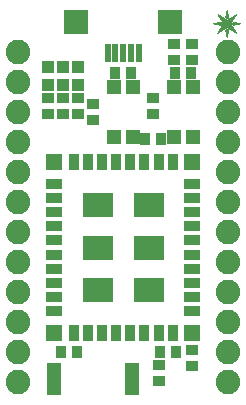
<source format=gts>
G75*
G70*
%OFA0B0*%
%FSLAX24Y24*%
%IPPOS*%
%LPD*%
%AMOC8*
5,1,8,0,0,1.08239X$1,22.5*
%
%ADD10R,0.0434X0.0356*%
%ADD11R,0.0395X0.0395*%
%ADD12C,0.0820*%
%ADD13R,0.0218X0.0631*%
%ADD14R,0.0789X0.0828*%
%ADD15R,0.0552X0.0552*%
%ADD16R,0.0552X0.0356*%
%ADD17R,0.0356X0.0552*%
%ADD18R,0.1025X0.0828*%
%ADD19R,0.0480X0.1080*%
%ADD20R,0.0356X0.0434*%
%ADD21R,0.0474X0.0474*%
%ADD22C,0.0010*%
D10*
X004243Y009384D03*
X004243Y009896D03*
X003743Y010096D03*
X003743Y009584D03*
X003243Y009584D03*
X003243Y010096D03*
X002743Y010096D03*
X002743Y009584D03*
X006243Y009584D03*
X006243Y010096D03*
X006943Y011384D03*
X006943Y011896D03*
X007543Y011896D03*
X007543Y011384D03*
X007543Y001696D03*
X007543Y001184D03*
X006443Y001196D03*
X006443Y000684D03*
D11*
X003743Y010545D03*
X003743Y011135D03*
X003243Y011135D03*
X003243Y010545D03*
X002743Y010545D03*
X002743Y011135D03*
D12*
X001743Y000640D03*
X001743Y001640D03*
X001743Y002640D03*
X001743Y003640D03*
X001743Y004640D03*
X001743Y005640D03*
X001743Y006640D03*
X001743Y007640D03*
X001743Y008640D03*
X001743Y009640D03*
X001743Y010640D03*
X001743Y011640D03*
X008743Y011640D03*
X008743Y010640D03*
X008743Y009640D03*
X008743Y008640D03*
X008743Y007640D03*
X008743Y006640D03*
X008743Y005640D03*
X008743Y004640D03*
X008743Y003640D03*
X008743Y002640D03*
X008743Y001640D03*
X008743Y000640D03*
D13*
X005755Y011597D03*
X005499Y011597D03*
X005243Y011597D03*
X004987Y011597D03*
X004731Y011597D03*
D14*
X003668Y012640D03*
X006818Y012640D03*
D15*
X007546Y007983D03*
X007546Y002274D03*
X002940Y002274D03*
X002940Y007983D03*
D16*
X002940Y007254D03*
X002940Y006782D03*
X002940Y006309D03*
X002940Y005837D03*
X002940Y005364D03*
X002940Y004892D03*
X002940Y004420D03*
X002940Y003947D03*
X002940Y003475D03*
X002940Y003002D03*
X007546Y003002D03*
X007546Y003475D03*
X007546Y003947D03*
X007546Y004420D03*
X007546Y004892D03*
X007546Y005364D03*
X007546Y005837D03*
X007546Y006309D03*
X007546Y006782D03*
X007546Y007254D03*
D17*
X006896Y007983D03*
X006424Y007983D03*
X005951Y007983D03*
X005479Y007983D03*
X005007Y007983D03*
X004534Y007983D03*
X004062Y007983D03*
X003589Y007983D03*
X003589Y002274D03*
X004062Y002274D03*
X004534Y002274D03*
X005007Y002274D03*
X005479Y002274D03*
X005951Y002274D03*
X006424Y002274D03*
X006896Y002274D03*
D18*
X006089Y003711D03*
X006089Y005128D03*
X006089Y006546D03*
X004396Y006546D03*
X004396Y005128D03*
X004396Y003711D03*
D19*
X005543Y000740D03*
X002943Y000740D03*
D20*
X003187Y001640D03*
X003699Y001640D03*
X006487Y001640D03*
X006999Y001640D03*
X006499Y008740D03*
X005987Y008740D03*
X005499Y010940D03*
X004987Y010940D03*
X006987Y010940D03*
X007499Y010940D03*
D21*
X007558Y010467D03*
X006928Y010467D03*
X006928Y008813D03*
X007558Y008813D03*
X005558Y008813D03*
X004928Y008813D03*
X004928Y010467D03*
X005558Y010467D03*
D22*
X008253Y012600D02*
X008483Y012550D01*
X008523Y012600D01*
X008483Y012650D01*
X008253Y012600D01*
X008259Y012601D02*
X008522Y012601D01*
X008517Y012593D02*
X008286Y012593D01*
X008298Y012610D02*
X008515Y012610D01*
X008508Y012618D02*
X008337Y012618D01*
X008325Y012584D02*
X008510Y012584D01*
X008503Y012576D02*
X008364Y012576D01*
X008403Y012567D02*
X008497Y012567D01*
X008490Y012559D02*
X008442Y012559D01*
X008481Y012550D02*
X008483Y012550D01*
X008531Y012516D02*
X008857Y012516D01*
X008862Y012508D02*
X008525Y012508D01*
X008520Y012499D02*
X008868Y012499D01*
X008873Y012491D02*
X008515Y012491D01*
X008509Y012482D02*
X008879Y012482D01*
X008884Y012474D02*
X008703Y012474D01*
X008693Y012480D02*
X009003Y012290D01*
X008803Y012600D01*
X009003Y012900D01*
X008693Y012710D01*
X008393Y012900D01*
X008583Y012600D01*
X008383Y012280D01*
X008693Y012480D01*
X008683Y012474D02*
X008504Y012474D01*
X008499Y012465D02*
X008670Y012465D01*
X008657Y012457D02*
X008493Y012457D01*
X008488Y012448D02*
X008644Y012448D01*
X008631Y012440D02*
X008483Y012440D01*
X008477Y012431D02*
X008617Y012431D01*
X008604Y012423D02*
X008472Y012423D01*
X008467Y012414D02*
X008591Y012414D01*
X008578Y012406D02*
X008461Y012406D01*
X008456Y012397D02*
X008565Y012397D01*
X008552Y012389D02*
X008451Y012389D01*
X008446Y012380D02*
X008538Y012380D01*
X008525Y012372D02*
X008440Y012372D01*
X008435Y012363D02*
X008512Y012363D01*
X008499Y012355D02*
X008430Y012355D01*
X008424Y012346D02*
X008486Y012346D01*
X008472Y012338D02*
X008419Y012338D01*
X008414Y012329D02*
X008459Y012329D01*
X008446Y012321D02*
X008408Y012321D01*
X008403Y012312D02*
X008433Y012312D01*
X008420Y012304D02*
X008398Y012304D01*
X008392Y012295D02*
X008407Y012295D01*
X008393Y012287D02*
X008387Y012287D01*
X008536Y012525D02*
X008851Y012525D01*
X008846Y012533D02*
X008541Y012533D01*
X008546Y012542D02*
X008840Y012542D01*
X008835Y012550D02*
X008552Y012550D01*
X008557Y012559D02*
X008829Y012559D01*
X008824Y012567D02*
X008562Y012567D01*
X008568Y012576D02*
X008818Y012576D01*
X008813Y012584D02*
X008573Y012584D01*
X008578Y012593D02*
X008807Y012593D01*
X008804Y012601D02*
X008582Y012601D01*
X008577Y012610D02*
X008809Y012610D01*
X008815Y012618D02*
X008571Y012618D01*
X008566Y012627D02*
X008821Y012627D01*
X008826Y012635D02*
X008560Y012635D01*
X008555Y012644D02*
X008832Y012644D01*
X008838Y012652D02*
X008550Y012652D01*
X008544Y012661D02*
X008843Y012661D01*
X008849Y012669D02*
X008539Y012669D01*
X008533Y012678D02*
X008855Y012678D01*
X008860Y012686D02*
X008528Y012686D01*
X008523Y012695D02*
X008866Y012695D01*
X008872Y012703D02*
X008517Y012703D01*
X008512Y012712D02*
X008690Y012712D01*
X008696Y012712D02*
X008877Y012712D01*
X008883Y012720D02*
X008710Y012720D01*
X008724Y012729D02*
X008889Y012729D01*
X008894Y012737D02*
X008737Y012737D01*
X008751Y012746D02*
X008900Y012746D01*
X008906Y012754D02*
X008765Y012754D01*
X008779Y012763D02*
X008911Y012763D01*
X008917Y012771D02*
X008793Y012771D01*
X008807Y012780D02*
X008923Y012780D01*
X008928Y012788D02*
X008821Y012788D01*
X008835Y012797D02*
X008934Y012797D01*
X008940Y012805D02*
X008848Y012805D01*
X008862Y012814D02*
X008945Y012814D01*
X008951Y012822D02*
X008876Y012822D01*
X008890Y012831D02*
X008957Y012831D01*
X008962Y012839D02*
X008904Y012839D01*
X008918Y012848D02*
X008968Y012848D01*
X008974Y012856D02*
X008932Y012856D01*
X008945Y012865D02*
X008979Y012865D01*
X008985Y012873D02*
X008959Y012873D01*
X008973Y012882D02*
X008991Y012882D01*
X008987Y012890D02*
X008996Y012890D01*
X009001Y012899D02*
X009002Y012899D01*
X008931Y012644D02*
X008899Y012644D01*
X008903Y012650D02*
X008873Y012600D01*
X008903Y012550D01*
X009133Y012600D01*
X008903Y012650D01*
X008894Y012635D02*
X008970Y012635D01*
X009009Y012627D02*
X008889Y012627D01*
X008884Y012618D02*
X009048Y012618D01*
X009061Y012584D02*
X008882Y012584D01*
X008887Y012576D02*
X009022Y012576D01*
X008983Y012567D02*
X008892Y012567D01*
X008897Y012559D02*
X008944Y012559D01*
X008903Y012550D02*
X008904Y012550D01*
X008877Y012593D02*
X009100Y012593D01*
X009087Y012610D02*
X008879Y012610D01*
X008874Y012601D02*
X009127Y012601D01*
X008917Y012423D02*
X008786Y012423D01*
X008772Y012431D02*
X008912Y012431D01*
X008906Y012440D02*
X008758Y012440D01*
X008744Y012448D02*
X008901Y012448D01*
X008895Y012457D02*
X008731Y012457D01*
X008717Y012465D02*
X008890Y012465D01*
X008923Y012414D02*
X008800Y012414D01*
X008814Y012406D02*
X008928Y012406D01*
X008934Y012397D02*
X008828Y012397D01*
X008842Y012389D02*
X008939Y012389D01*
X008945Y012380D02*
X008855Y012380D01*
X008869Y012372D02*
X008950Y012372D01*
X008955Y012363D02*
X008883Y012363D01*
X008897Y012355D02*
X008961Y012355D01*
X008966Y012346D02*
X008911Y012346D01*
X008925Y012338D02*
X008972Y012338D01*
X008977Y012329D02*
X008939Y012329D01*
X008952Y012321D02*
X008983Y012321D01*
X008988Y012312D02*
X008966Y012312D01*
X008980Y012304D02*
X008994Y012304D01*
X008994Y012295D02*
X008999Y012295D01*
X008734Y012346D02*
X008652Y012346D01*
X008654Y012338D02*
X008732Y012338D01*
X008730Y012329D02*
X008655Y012329D01*
X008657Y012321D02*
X008728Y012321D01*
X008727Y012312D02*
X008659Y012312D01*
X008661Y012304D02*
X008725Y012304D01*
X008723Y012295D02*
X008663Y012295D01*
X008664Y012287D02*
X008721Y012287D01*
X008720Y012278D02*
X008666Y012278D01*
X008668Y012270D02*
X008718Y012270D01*
X008716Y012261D02*
X008670Y012261D01*
X008671Y012253D02*
X008714Y012253D01*
X008712Y012244D02*
X008673Y012244D01*
X008675Y012236D02*
X008711Y012236D01*
X008709Y012227D02*
X008677Y012227D01*
X008678Y012219D02*
X008707Y012219D01*
X008705Y012210D02*
X008680Y012210D01*
X008682Y012202D02*
X008704Y012202D01*
X008702Y012193D02*
X008684Y012193D01*
X008686Y012185D02*
X008700Y012185D01*
X008698Y012176D02*
X008687Y012176D01*
X008689Y012168D02*
X008697Y012168D01*
X008695Y012159D02*
X008691Y012159D01*
X008693Y012151D02*
X008693Y012151D01*
X008693Y012150D02*
X008743Y012390D01*
X008693Y012420D01*
X008643Y012390D01*
X008693Y012150D01*
X008650Y012355D02*
X008735Y012355D01*
X008737Y012363D02*
X008648Y012363D01*
X008647Y012372D02*
X008739Y012372D01*
X008741Y012380D02*
X008645Y012380D01*
X008643Y012389D02*
X008743Y012389D01*
X008731Y012397D02*
X008655Y012397D01*
X008669Y012406D02*
X008716Y012406D01*
X008702Y012414D02*
X008683Y012414D01*
X008501Y012627D02*
X008376Y012627D01*
X008415Y012635D02*
X008495Y012635D01*
X008488Y012644D02*
X008455Y012644D01*
X008507Y012720D02*
X008676Y012720D01*
X008663Y012729D02*
X008501Y012729D01*
X008496Y012737D02*
X008650Y012737D01*
X008636Y012746D02*
X008490Y012746D01*
X008485Y012754D02*
X008623Y012754D01*
X008609Y012763D02*
X008480Y012763D01*
X008474Y012771D02*
X008596Y012771D01*
X008582Y012780D02*
X008469Y012780D01*
X008464Y012788D02*
X008569Y012788D01*
X008556Y012797D02*
X008458Y012797D01*
X008453Y012805D02*
X008542Y012805D01*
X008529Y012814D02*
X008447Y012814D01*
X008442Y012822D02*
X008515Y012822D01*
X008502Y012831D02*
X008437Y012831D01*
X008431Y012839D02*
X008489Y012839D01*
X008475Y012848D02*
X008426Y012848D01*
X008420Y012856D02*
X008462Y012856D01*
X008448Y012865D02*
X008415Y012865D01*
X008410Y012873D02*
X008435Y012873D01*
X008421Y012882D02*
X008404Y012882D01*
X008408Y012890D02*
X008399Y012890D01*
X008395Y012899D02*
X008394Y012899D01*
X008653Y012848D02*
X008733Y012848D01*
X008731Y012856D02*
X008655Y012856D01*
X008656Y012865D02*
X008729Y012865D01*
X008728Y012873D02*
X008658Y012873D01*
X008660Y012882D02*
X008726Y012882D01*
X008724Y012890D02*
X008662Y012890D01*
X008663Y012899D02*
X008722Y012899D01*
X008720Y012907D02*
X008665Y012907D01*
X008667Y012916D02*
X008719Y012916D01*
X008717Y012924D02*
X008669Y012924D01*
X008670Y012933D02*
X008715Y012933D01*
X008713Y012941D02*
X008672Y012941D01*
X008674Y012950D02*
X008712Y012950D01*
X008710Y012958D02*
X008676Y012958D01*
X008678Y012967D02*
X008708Y012967D01*
X008706Y012975D02*
X008679Y012975D01*
X008681Y012984D02*
X008704Y012984D01*
X008703Y012992D02*
X008683Y012992D01*
X008685Y013001D02*
X008701Y013001D01*
X008699Y013009D02*
X008686Y013009D01*
X008688Y013018D02*
X008697Y013018D01*
X008696Y013026D02*
X008690Y013026D01*
X008692Y013035D02*
X008694Y013035D01*
X008693Y013040D02*
X008743Y012800D01*
X008693Y012770D01*
X008643Y012800D01*
X008693Y013040D01*
X008651Y012839D02*
X008735Y012839D01*
X008736Y012831D02*
X008649Y012831D01*
X008647Y012822D02*
X008738Y012822D01*
X008740Y012814D02*
X008646Y012814D01*
X008644Y012805D02*
X008742Y012805D01*
X008738Y012797D02*
X008648Y012797D01*
X008662Y012788D02*
X008723Y012788D01*
X008709Y012780D02*
X008676Y012780D01*
X008691Y012771D02*
X008695Y012771D01*
M02*

</source>
